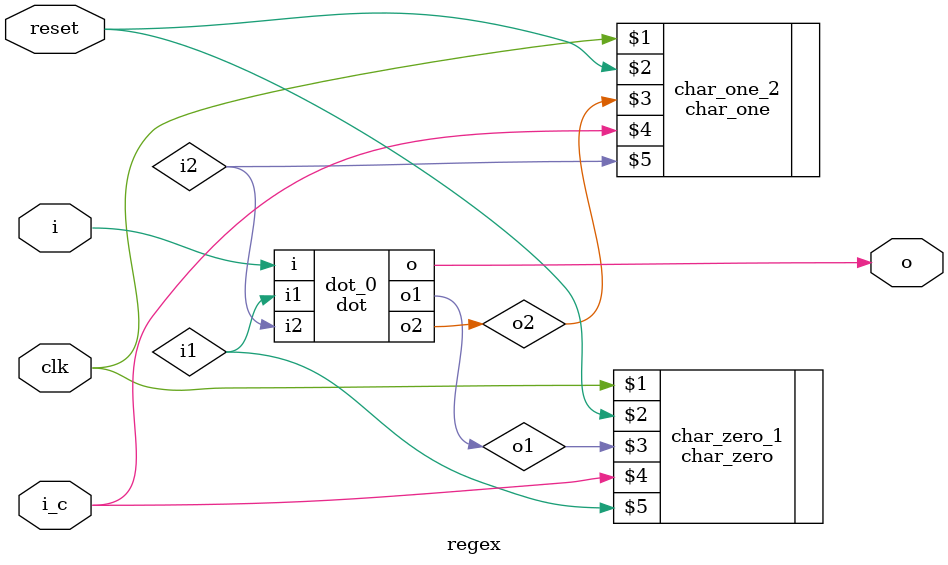
<source format=v>
module dot (input wire i, output wire o, input wire i1, i2, output wire o1, o2);
   assign o1 = i;
   assign o2 = i1;
   assign o = i2;
endmodule

module regex (input wire clk, reset, i, input wire i_c, output wire o);
   // zero bar one
   wire i1, i2, o1, o2;
   dot dot_0 (i, o, i1, i2, o1, o2);
   char_zero char_zero_1 (clk, reset, o1, i_c, i1);
   char_one char_one_2 (clk, reset, o2, i_c, i2); 
endmodule

</source>
